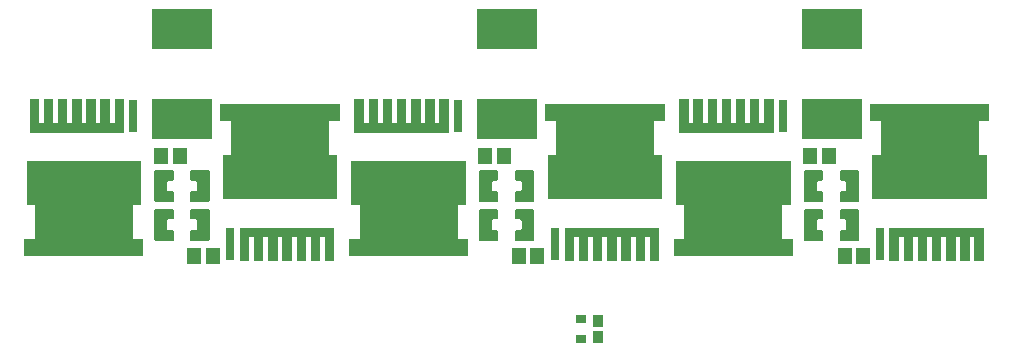
<source format=gbr>
%TF.GenerationSoftware,Altium Limited,Altium Designer,24.0.1 (36)*%
G04 Layer_Color=8421504*
%FSLAX45Y45*%
%MOMM*%
%TF.SameCoordinates,AADBD710-655B-4C0A-A29E-FCC33305A696*%
%TF.FilePolarity,Positive*%
%TF.FileFunction,Paste,Top*%
%TF.Part,Single*%
G01*
G75*
%TA.AperFunction,SMDPad,CuDef*%
%ADD10R,0.95000X1.10000*%
%ADD11R,0.90000X0.70000*%
%ADD12R,1.20000X1.35000*%
%TA.AperFunction,ConnectorPad*%
%ADD13R,5.19999X3.49987*%
%ADD16O,6.06003X4.79999*%
%ADD17R,0.80000X2.79999*%
%TA.AperFunction,SMDPad,CuDef*%
%ADD19O,6.06003X4.79999*%
%ADD20R,0.80000X2.79999*%
G36*
X2610757Y-5747745D02*
X1809758D01*
Y-5466745D01*
X1889757D01*
Y-5666745D01*
X1929757D01*
Y-5466745D01*
X2009757D01*
Y-5666742D01*
X2049757D01*
Y-5466745D01*
X2129757D01*
Y-5666742D01*
X2169757D01*
Y-5466745D01*
X2249757D01*
Y-5666742D01*
X2289757D01*
Y-5466745D01*
X2369757D01*
Y-5666742D01*
X2409756D01*
Y-5466745D01*
X2489756D01*
Y-5666742D01*
X2529756D01*
Y-5466745D01*
X2610757Y-5465744D01*
Y-5747745D01*
D02*
G37*
G36*
X-139243D02*
X-940242D01*
Y-5466745D01*
X-860243D01*
Y-5666745D01*
X-820243D01*
Y-5466745D01*
X-740243D01*
Y-5666742D01*
X-700243D01*
Y-5466745D01*
X-620243D01*
Y-5666742D01*
X-580243D01*
Y-5466745D01*
X-500243D01*
Y-5666742D01*
X-460243D01*
Y-5466745D01*
X-380244D01*
Y-5666742D01*
X-340244D01*
Y-5466745D01*
X-260244D01*
Y-5666742D01*
X-220244D01*
Y-5466745D01*
X-139243Y-5465744D01*
Y-5747745D01*
D02*
G37*
G36*
X-2889243D02*
X-3690243D01*
Y-5466745D01*
X-3610243D01*
Y-5666745D01*
X-3570243D01*
Y-5466745D01*
X-3490243D01*
Y-5666742D01*
X-3450243D01*
Y-5466745D01*
X-3370243D01*
Y-5666742D01*
X-3330243D01*
Y-5466745D01*
X-3250243D01*
Y-5666742D01*
X-3210244D01*
Y-5466745D01*
X-3130244D01*
Y-5666742D01*
X-3090244D01*
Y-5466745D01*
X-3010244D01*
Y-5666742D01*
X-2970244D01*
Y-5466745D01*
X-2889243Y-5465744D01*
Y-5747745D01*
D02*
G37*
G36*
X4436146Y-5647268D02*
X4346146D01*
Y-5937268D01*
X4416146D01*
Y-6307267D01*
X3446148D01*
Y-5937268D01*
X3516147D01*
Y-5647268D01*
X3426148D01*
Y-5644266D01*
Y-5507269D01*
X4436146D01*
Y-5647268D01*
D02*
G37*
G36*
X1686145D02*
X1596146D01*
Y-5937268D01*
X1666146D01*
Y-6307267D01*
X696147D01*
Y-5937268D01*
X766147D01*
Y-5647268D01*
X676147D01*
Y-5644266D01*
Y-5507269D01*
X1686145D01*
Y-5647268D01*
D02*
G37*
G36*
X-1063855D02*
X-1153854D01*
Y-5937268D01*
X-1083855D01*
Y-6307267D01*
X-2053853D01*
Y-5937268D01*
X-1983853D01*
Y-5647268D01*
X-2073853D01*
Y-5644266D01*
Y-5507269D01*
X-1063855D01*
Y-5647268D01*
D02*
G37*
G36*
X3333500Y-6074999D02*
Y-6325001D01*
X3323500Y-6335001D01*
X3180000D01*
X3170000Y-6325001D01*
Y-6255901D01*
X3180000Y-6245901D01*
X3215590D01*
X3225590Y-6235901D01*
Y-6164100D01*
X3215590Y-6154100D01*
X3180000D01*
X3170000Y-6144100D01*
Y-6074999D01*
X3180000Y-6064999D01*
X3323500D01*
X3333500Y-6074999D01*
D02*
G37*
G36*
X3030000D02*
Y-6144100D01*
X3020000Y-6154100D01*
X2984410D01*
X2974410Y-6164100D01*
Y-6235901D01*
X2984410Y-6245901D01*
X3020000D01*
X3030000Y-6255901D01*
Y-6325001D01*
X3020000Y-6335001D01*
X2876500D01*
X2866500Y-6325001D01*
Y-6074999D01*
X2876500Y-6064999D01*
X3020000D01*
X3030000Y-6074999D01*
D02*
G37*
G36*
X583500D02*
Y-6325001D01*
X573500Y-6335001D01*
X430000D01*
X420000Y-6325001D01*
Y-6255901D01*
X430000Y-6245901D01*
X465590D01*
X475590Y-6235901D01*
Y-6164100D01*
X465590Y-6154100D01*
X430000D01*
X420000Y-6144100D01*
Y-6074999D01*
X430000Y-6064999D01*
X573500D01*
X583500Y-6074999D01*
D02*
G37*
G36*
X280000D02*
Y-6144100D01*
X270000Y-6154100D01*
X234410D01*
X224410Y-6164100D01*
Y-6235901D01*
X234410Y-6245901D01*
X270000D01*
X280000Y-6255901D01*
Y-6325001D01*
X270000Y-6335001D01*
X126500D01*
X116500Y-6325001D01*
Y-6074999D01*
X126500Y-6064999D01*
X270000D01*
X280000Y-6074999D01*
D02*
G37*
G36*
X-2166500D02*
Y-6325001D01*
X-2176500Y-6335001D01*
X-2320000D01*
X-2330000Y-6325001D01*
Y-6255901D01*
X-2320000Y-6245901D01*
X-2284410D01*
X-2274410Y-6235901D01*
Y-6164100D01*
X-2284410Y-6154100D01*
X-2320000D01*
X-2330000Y-6144100D01*
Y-6074999D01*
X-2320000Y-6064999D01*
X-2176500D01*
X-2166500Y-6074999D01*
D02*
G37*
G36*
X-2470000D02*
Y-6144100D01*
X-2480000Y-6154100D01*
X-2515590D01*
X-2525590Y-6164100D01*
Y-6235901D01*
X-2515590Y-6245901D01*
X-2480000D01*
X-2470000Y-6255901D01*
Y-6325001D01*
X-2480000Y-6335001D01*
X-2623500D01*
X-2633500Y-6325001D01*
Y-6074999D01*
X-2623500Y-6064999D01*
X-2480000D01*
X-2470000Y-6074999D01*
D02*
G37*
G36*
X3333500Y-6404999D02*
Y-6655001D01*
X3323500Y-6665001D01*
X3180000D01*
X3170000Y-6655001D01*
Y-6585900D01*
X3180000Y-6575900D01*
X3215590D01*
X3225590Y-6565901D01*
Y-6494100D01*
X3215590Y-6484100D01*
X3180000D01*
X3170000Y-6474100D01*
Y-6404999D01*
X3180000Y-6394999D01*
X3323500D01*
X3333500Y-6404999D01*
D02*
G37*
G36*
X3030000D02*
Y-6474100D01*
X3020000Y-6484100D01*
X2984410D01*
X2974410Y-6494100D01*
Y-6565901D01*
X2984410Y-6575900D01*
X3020000D01*
X3030000Y-6585900D01*
Y-6655001D01*
X3020000Y-6665001D01*
X2876500D01*
X2866500Y-6655001D01*
Y-6404999D01*
X2876500Y-6394999D01*
X3020000D01*
X3030000Y-6404999D01*
D02*
G37*
G36*
X583500D02*
Y-6655001D01*
X573500Y-6665001D01*
X430000D01*
X420000Y-6655001D01*
Y-6585900D01*
X430000Y-6575900D01*
X465590D01*
X475590Y-6565901D01*
Y-6494100D01*
X465590Y-6484100D01*
X430000D01*
X420000Y-6474100D01*
Y-6404999D01*
X430000Y-6394999D01*
X573500D01*
X583500Y-6404999D01*
D02*
G37*
G36*
X280000D02*
Y-6474100D01*
X270000Y-6484100D01*
X234410D01*
X224410Y-6494100D01*
Y-6565901D01*
X234410Y-6575900D01*
X270000D01*
X280000Y-6585900D01*
Y-6655001D01*
X270000Y-6665001D01*
X126500D01*
X116500Y-6655001D01*
Y-6404999D01*
X126500Y-6394999D01*
X270000D01*
X280000Y-6404999D01*
D02*
G37*
G36*
X-2166500D02*
Y-6655001D01*
X-2176500Y-6665001D01*
X-2320000D01*
X-2330000Y-6655001D01*
Y-6585900D01*
X-2320000Y-6575900D01*
X-2284410D01*
X-2274410Y-6565901D01*
Y-6494100D01*
X-2284410Y-6484100D01*
X-2320000D01*
X-2330000Y-6474100D01*
Y-6404999D01*
X-2320000Y-6394999D01*
X-2176500D01*
X-2166500Y-6404999D01*
D02*
G37*
G36*
X-2470000D02*
Y-6474100D01*
X-2480000Y-6484100D01*
X-2515590D01*
X-2525590Y-6494100D01*
Y-6565901D01*
X-2515590Y-6575900D01*
X-2480000D01*
X-2470000Y-6585900D01*
Y-6655001D01*
X-2480000Y-6665001D01*
X-2623500D01*
X-2633500Y-6655001D01*
Y-6404999D01*
X-2623500Y-6394999D01*
X-2480000D01*
X-2470000Y-6404999D01*
D02*
G37*
G36*
X2753853Y-6362733D02*
X2683853D01*
Y-6652732D01*
X2773853D01*
Y-6655734D01*
Y-6792732D01*
X1763855D01*
Y-6652732D01*
X1853855D01*
Y-6362733D01*
X1783855D01*
Y-5992733D01*
X2753853D01*
Y-6362733D01*
D02*
G37*
G36*
X3853D02*
X-66147D01*
Y-6652732D01*
X23853D01*
Y-6655734D01*
Y-6792732D01*
X-986145D01*
Y-6652732D01*
X-896146D01*
Y-6362733D01*
X-966145D01*
Y-5992733D01*
X3853D01*
Y-6362733D01*
D02*
G37*
G36*
X-2746147D02*
X-2816147D01*
Y-6652732D01*
X-2726147D01*
Y-6655734D01*
Y-6792732D01*
X-3736145D01*
Y-6652732D01*
X-3646146D01*
Y-6362733D01*
X-3716145D01*
Y-5992733D01*
X-2746147D01*
Y-6362733D01*
D02*
G37*
G36*
X4390243Y-6833255D02*
X4310243D01*
Y-6633256D01*
X4270243D01*
Y-6833255D01*
X4190243D01*
Y-6633258D01*
X4150243D01*
Y-6833255D01*
X4070243D01*
Y-6633258D01*
X4030243D01*
Y-6833255D01*
X3950244D01*
Y-6633258D01*
X3910244D01*
Y-6833255D01*
X3830244D01*
Y-6633258D01*
X3790244D01*
Y-6833255D01*
X3710244D01*
Y-6633258D01*
X3670244D01*
Y-6833255D01*
X3589244Y-6834256D01*
Y-6552255D01*
X4390243D01*
Y-6833255D01*
D02*
G37*
G36*
X1640243D02*
X1560243D01*
Y-6633256D01*
X1520243D01*
Y-6833255D01*
X1440243D01*
Y-6633258D01*
X1400243D01*
Y-6833255D01*
X1320243D01*
Y-6633258D01*
X1280243D01*
Y-6833255D01*
X1200243D01*
Y-6633258D01*
X1160244D01*
Y-6833255D01*
X1080244D01*
Y-6633258D01*
X1040244D01*
Y-6833255D01*
X960244D01*
Y-6633258D01*
X920244D01*
Y-6833255D01*
X839243Y-6834256D01*
Y-6552255D01*
X1640243D01*
Y-6833255D01*
D02*
G37*
G36*
X-1109757D02*
X-1189757D01*
Y-6633256D01*
X-1229757D01*
Y-6833255D01*
X-1309757D01*
Y-6633258D01*
X-1349757D01*
Y-6833255D01*
X-1429757D01*
Y-6633258D01*
X-1469757D01*
Y-6833255D01*
X-1549757D01*
Y-6633258D01*
X-1589757D01*
Y-6833255D01*
X-1669756D01*
Y-6633258D01*
X-1709756D01*
Y-6833255D01*
X-1789756D01*
Y-6633258D01*
X-1829756D01*
Y-6833255D01*
X-1910757Y-6834256D01*
Y-6552255D01*
X-1109757D01*
Y-6833255D01*
D02*
G37*
D10*
X1120000Y-7340000D02*
D03*
Y-7480000D02*
D03*
D11*
X980000Y-7495000D02*
D03*
Y-7325000D02*
D03*
D12*
X-2140000Y-6790000D02*
D03*
X-2300000D02*
D03*
X3370000D02*
D03*
X3210000D02*
D03*
X2920000Y-5950000D02*
D03*
X3080000D02*
D03*
X610000Y-6790000D02*
D03*
X450000D02*
D03*
X170000Y-5950000D02*
D03*
X330000D02*
D03*
X-2580000D02*
D03*
X-2420000D02*
D03*
D13*
X3100000Y-5631000D02*
D03*
Y-4869000D02*
D03*
X350000Y-5631000D02*
D03*
Y-4869000D02*
D03*
X-2400000Y-5631000D02*
D03*
Y-4869000D02*
D03*
D16*
X3931153Y-5907253D02*
D03*
X-3231153Y-6392748D02*
D03*
D17*
X3510250Y-6692722D02*
D03*
X-2810249Y-5607278D02*
D03*
D19*
X2268847Y-6392748D02*
D03*
X1181153Y-5907253D02*
D03*
X-481153Y-6392748D02*
D03*
X-1568847Y-5907253D02*
D03*
D20*
X2689751Y-5607278D02*
D03*
X760249Y-6692722D02*
D03*
X-60249Y-5607278D02*
D03*
X-1989751Y-6692722D02*
D03*
%TF.MD5,3da7fd84af917945939b154bb9988e8e*%
M02*

</source>
